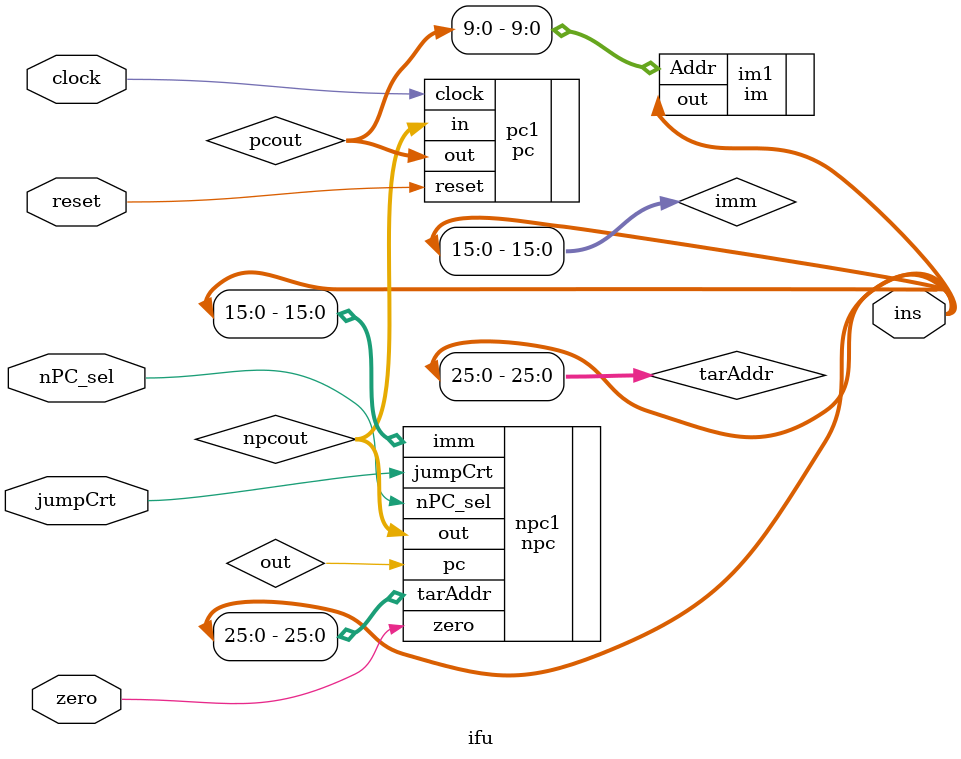
<source format=v>
module ifu(clock, reset, zero, nPC_sel, jumpCrt, ins);
	input clock, reset, zero, nPC_sel, jumpCrt;

	output [31:0] ins;

	wire [15:0] imm;
	wire [29:0] pcout, npcout;
	wire [25:0] tarAddr;


	assign imm = ins[15:0];
	assign tarAddr = ins[25:0];


	npc npc1(.jumpCrt(jumpCrt), .nPC_sel(nPC_sel), .zero(zero), .imm(imm), .pc(out), .out(npcout), .tarAddr(tarAddr));
	pc pc1(.clock(clock), .reset(reset), .in(npcout), .out(pcout));
	im im1(.Addr(pcout[9:0]), .out(ins));

endmodule

</source>
